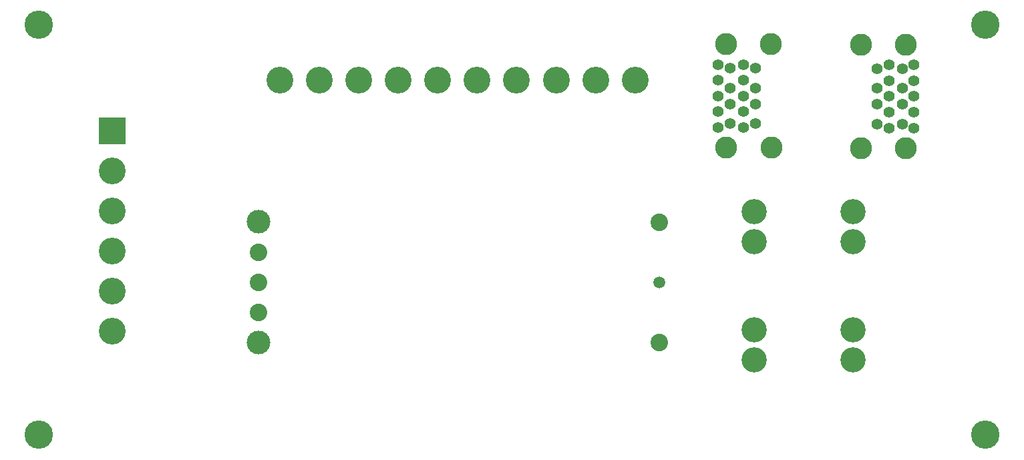
<source format=gbr>
G04 #@! TF.FileFunction,Soldermask,Bot*
%FSLAX46Y46*%
G04 Gerber Fmt 4.6, Leading zero omitted, Abs format (unit mm)*
G04 Created by KiCad (PCBNEW 4.0.7) date 04/30/18 00:58:58*
%MOMM*%
%LPD*%
G01*
G04 APERTURE LIST*
%ADD10C,0.100000*%
%ADD11C,3.600000*%
%ADD12R,3.400000X3.400000*%
%ADD13C,3.400000*%
%ADD14C,3.200000*%
%ADD15C,2.990000*%
%ADD16C,2.230000*%
%ADD17C,1.500000*%
%ADD18C,2.800000*%
%ADD19C,1.400000*%
G04 APERTURE END LIST*
D10*
D11*
X173300000Y-109400000D03*
X173300000Y-161400000D03*
X53300000Y-161400000D03*
X53300000Y-109400000D03*
D12*
X62649100Y-122834400D03*
D13*
X62649100Y-127914400D03*
X62649100Y-132994400D03*
X62649100Y-138074400D03*
X62649100Y-143154400D03*
X62649100Y-148234400D03*
D14*
X144014800Y-133080600D03*
X144014800Y-136880600D03*
X156514800Y-133080600D03*
X156514800Y-136880600D03*
X144014800Y-148080600D03*
X144014800Y-151880600D03*
X156514800Y-148080600D03*
X156514800Y-151880600D03*
D15*
X81188700Y-149662000D03*
X81188700Y-134372000D03*
D16*
X81188700Y-145852000D03*
X81188700Y-142042000D03*
X81188700Y-138232000D03*
X131988700Y-149662000D03*
D17*
X131988700Y-142042000D03*
D16*
X132008700Y-134422000D03*
D13*
X128888700Y-116432000D03*
X123898700Y-116422000D03*
X118898700Y-116422000D03*
X113888700Y-116432000D03*
X108888700Y-116432000D03*
X103898700Y-116422000D03*
X98898700Y-116422000D03*
X93888700Y-116432000D03*
X88888700Y-116432000D03*
X83888700Y-116432000D03*
D18*
X157574500Y-125042200D03*
X163254500Y-125042200D03*
X163254500Y-111902200D03*
X157584500Y-111902200D03*
D19*
X159574500Y-114972200D03*
X159574500Y-121972200D03*
X159574500Y-119472200D03*
X159574500Y-117472200D03*
X161074500Y-114472200D03*
X161074500Y-116472200D03*
X161074500Y-118462200D03*
X161074500Y-120472200D03*
X161074500Y-122472200D03*
X162774500Y-121972200D03*
X162774500Y-119472200D03*
X162774500Y-117472200D03*
X162774500Y-114972200D03*
X164274500Y-114472200D03*
X164274500Y-116472200D03*
X164274500Y-118472200D03*
X164274500Y-120472200D03*
X164274500Y-122472200D03*
D18*
X146161600Y-125001600D03*
X140481600Y-125001600D03*
X140481600Y-111861600D03*
X146151600Y-111861600D03*
D19*
X144161600Y-114931600D03*
X144161600Y-121931600D03*
X144161600Y-119431600D03*
X144161600Y-117431600D03*
X142661600Y-114431600D03*
X142661600Y-116431600D03*
X142661600Y-118421600D03*
X142661600Y-120431600D03*
X142661600Y-122431600D03*
X140961600Y-121931600D03*
X140961600Y-119431600D03*
X140961600Y-117431600D03*
X140961600Y-114931600D03*
X139461600Y-114431600D03*
X139461600Y-116431600D03*
X139461600Y-118431600D03*
X139461600Y-120431600D03*
X139461600Y-122431600D03*
M02*

</source>
